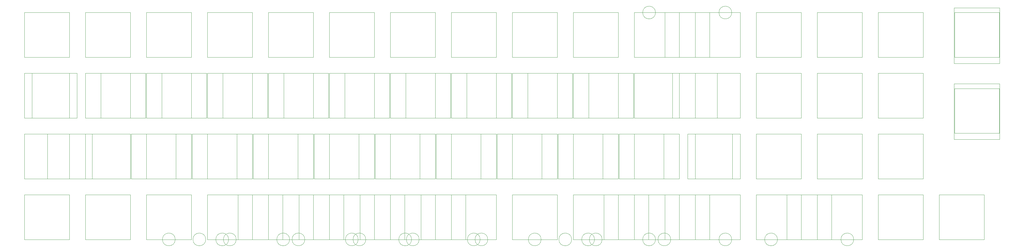
<source format=gbr>
G04 #@! TF.GenerationSoftware,KiCad,Pcbnew,8.0.4-1.fc39*
G04 #@! TF.CreationDate,2024-09-17T21:02:33-04:00*
G04 #@! TF.ProjectId,Q9-Chimera,51392d43-6869-46d6-9572-612e6b696361,rev?*
G04 #@! TF.SameCoordinates,Original*
G04 #@! TF.FileFunction,Other,User*
%FSLAX46Y46*%
G04 Gerber Fmt 4.6, Leading zero omitted, Abs format (unit mm)*
G04 Created by KiCad (PCBNEW 8.0.4-1.fc39) date 2024-09-17 21:02:33*
%MOMM*%
%LPD*%
G01*
G04 APERTURE LIST*
%ADD10C,0.050000*%
%ADD11C,0.120000*%
G04 APERTURE END LIST*
D10*
G04 #@! TO.C,MX53*
X118125000Y-89550000D02*
X118125000Y-75550000D01*
X118125000Y-75550000D02*
X104125000Y-75550000D01*
X104125000Y-89550000D02*
X118125000Y-89550000D01*
X104125000Y-75550000D02*
X104125000Y-89550000D01*
G04 #@! TO.C,MX95*
X137174904Y-89549992D02*
X137174904Y-75549992D01*
X137174904Y-75549992D02*
X123174904Y-75549992D01*
X123174904Y-89549992D02*
X137174904Y-89549992D01*
X123174904Y-75549992D02*
X123174904Y-89549992D01*
G04 #@! TO.C,MX60*
X232425000Y-89550000D02*
X232425000Y-75550000D01*
X232425000Y-75550000D02*
X218425000Y-75550000D01*
X218425000Y-89550000D02*
X232425000Y-89550000D01*
X218425000Y-75550000D02*
X218425000Y-89550000D01*
G04 #@! TO.C,SW2*
X308812500Y-58212500D02*
X308812500Y-40712500D01*
X308812500Y-58212500D02*
X323012500Y-58212500D01*
X323012500Y-40712500D02*
X308812500Y-40712500D01*
X323012500Y-40712500D02*
X323012500Y-58212500D01*
G04 #@! TO.C,SW1*
X308812500Y-34400000D02*
X308812500Y-16900000D01*
X308812500Y-34400000D02*
X323012500Y-34400000D01*
X323012500Y-16900000D02*
X308812500Y-16900000D01*
X323012500Y-16900000D02*
X323012500Y-34400000D01*
G04 #@! TO.C,MX9*
X170800000Y-32400000D02*
X184800000Y-32400000D01*
X184800000Y-18400000D01*
X170800000Y-18400000D01*
X170800000Y-32400000D01*
G04 #@! TO.C,MX20*
X75550000Y-51450000D02*
X89550000Y-51450000D01*
X89550000Y-37450000D01*
X75550000Y-37450000D01*
X75550000Y-51450000D01*
G04 #@! TO.C,MX90*
X225568568Y-70500000D02*
X239568568Y-70500000D01*
X239568568Y-56500000D01*
X225568568Y-56500000D01*
X225568568Y-70500000D01*
G04 #@! TO.C,MX49*
X37450000Y-89550000D02*
X51450000Y-89550000D01*
X51450000Y-75550000D01*
X37450000Y-75550000D01*
X37450000Y-89550000D01*
G04 #@! TO.C,MX36*
X89550000Y-56500000D02*
X75550000Y-56500000D01*
X75550000Y-70500000D01*
X89550000Y-70500000D01*
X89550000Y-56500000D01*
G04 #@! TO.C,MX16*
X308912500Y-32400000D02*
X322912500Y-32400000D01*
X322912500Y-18400000D01*
X308912500Y-18400000D01*
X308912500Y-32400000D01*
G04 #@! TO.C,MX5*
X94600000Y-32400000D02*
X108600000Y-32400000D01*
X108600000Y-18400000D01*
X94600000Y-18400000D01*
X94600000Y-32400000D01*
G04 #@! TO.C,MX37*
X108600000Y-56500000D02*
X94600000Y-56500000D01*
X94600000Y-70500000D01*
X108600000Y-70500000D01*
X108600000Y-56500000D01*
G04 #@! TO.C,MX82*
X70787448Y-70500000D02*
X84787448Y-70500000D01*
X84787448Y-56500000D01*
X70787448Y-56500000D01*
X70787448Y-70500000D01*
G04 #@! TO.C,MX44*
X241950000Y-56500000D02*
X227950000Y-56500000D01*
X227950000Y-70500000D01*
X241950000Y-70500000D01*
X241950000Y-56500000D01*
G04 #@! TO.C,MX30*
X266050000Y-51450000D02*
X280050000Y-51450000D01*
X280050000Y-37450000D01*
X266050000Y-37450000D01*
X266050000Y-51450000D01*
G04 #@! TO.C,MX52*
X108600000Y-89550000D02*
X94600000Y-89550000D01*
X94600000Y-75550000D01*
X108600000Y-75550000D01*
X108600000Y-89550000D01*
G04 #@! TO.C,MX50*
X56500000Y-89550000D02*
X70500000Y-89550000D01*
X70500000Y-75550000D01*
X56500000Y-75550000D01*
X56500000Y-89550000D01*
G04 #@! TO.C,MX83*
X89837432Y-70500000D02*
X103837432Y-70500000D01*
X103837432Y-56500000D01*
X89837432Y-56500000D01*
X89837432Y-70500000D01*
G04 #@! TO.C,MX74*
X132412408Y-37450000D02*
X118412408Y-37450000D01*
X118412408Y-51450000D01*
X132412408Y-51450000D01*
X132412408Y-37450000D01*
G04 #@! TO.C,MX47*
X285100000Y-70500000D02*
X299100000Y-70500000D01*
X299100000Y-56500000D01*
X285100000Y-56500000D01*
X285100000Y-70500000D01*
G04 #@! TO.C,MX73*
X113362424Y-37450000D02*
X99362424Y-37450000D01*
X99362424Y-51450000D01*
X113362424Y-51450000D01*
X113362424Y-37450000D01*
G04 #@! TO.C,MX1*
X18400000Y-32400000D02*
X32400000Y-32400000D01*
X32400000Y-18400000D01*
X18400000Y-18400000D01*
X18400000Y-32400000D01*
G04 #@! TO.C,MX65*
X304150000Y-89550000D02*
X318150000Y-89550000D01*
X318150000Y-75550000D01*
X304150000Y-75550000D01*
X304150000Y-89550000D01*
D11*
G04 #@! TO.C,S2*
X139318750Y-89535000D02*
G75*
G02*
X135318750Y-89535000I-2000000J0D01*
G01*
X135318750Y-89535000D02*
G75*
G02*
X139318750Y-89535000I2000000J0D01*
G01*
X163131250Y-89535000D02*
G75*
G02*
X159131250Y-89535000I-2000000J0D01*
G01*
X159131250Y-89535000D02*
G75*
G02*
X163131250Y-89535000I2000000J0D01*
G01*
G04 #@! TO.C,MX84*
D10*
X108887416Y-70500000D02*
X122887416Y-70500000D01*
X122887416Y-56500000D01*
X108887416Y-56500000D01*
X108887416Y-70500000D01*
G04 #@! TO.C,MX28*
X241950000Y-37450000D02*
X227950000Y-37450000D01*
X227950000Y-51450000D01*
X241950000Y-51450000D01*
X241950000Y-37450000D01*
G04 #@! TO.C,MX67*
X270524792Y-75550000D02*
X256524792Y-75550000D01*
X256524792Y-89550000D01*
X270524792Y-89550000D01*
X270524792Y-75550000D01*
G04 #@! TO.C,MX71*
X75262456Y-37450000D02*
X61262456Y-37450000D01*
X61262456Y-51450000D01*
X75262456Y-51450000D01*
X75262456Y-37450000D01*
D11*
G04 #@! TO.C,S9*
X196468750Y-89535000D02*
G75*
G02*
X192468750Y-89535000I-2000000J0D01*
G01*
X192468750Y-89535000D02*
G75*
G02*
X196468750Y-89535000I2000000J0D01*
G01*
X220281250Y-89535000D02*
G75*
G02*
X216281250Y-89535000I-2000000J0D01*
G01*
X216281250Y-89535000D02*
G75*
G02*
X220281250Y-89535000I2000000J0D01*
G01*
D10*
G04 #@! TO.C,MX80*
X39543736Y-70500000D02*
X25543736Y-70500000D01*
X25543736Y-56500000D01*
X39543736Y-56500000D01*
X39543736Y-70500000D01*
G04 #@! TO.C,MX19*
X56500000Y-51450000D02*
X70500000Y-51450000D01*
X70500000Y-37450000D01*
X56500000Y-37450000D01*
X56500000Y-51450000D01*
G04 #@! TO.C,MX51*
X75550000Y-89550000D02*
X89550000Y-89550000D01*
X89550000Y-75550000D01*
X75550000Y-75550000D01*
X75550000Y-89550000D01*
D11*
G04 #@! TO.C,S5*
X84550000Y-89535000D02*
G75*
G02*
X80550000Y-89535000I-2000000J0D01*
G01*
X80550000Y-89535000D02*
G75*
G02*
X84550000Y-89535000I2000000J0D01*
G01*
X122650000Y-89535000D02*
G75*
G02*
X118650000Y-89535000I-2000000J0D01*
G01*
X118650000Y-89535000D02*
G75*
G02*
X122650000Y-89535000I2000000J0D01*
G01*
G04 #@! TO.C,S3*
X215518750Y-89535000D02*
G75*
G02*
X211518750Y-89535000I-2000000J0D01*
G01*
X211518750Y-89535000D02*
G75*
G02*
X215518750Y-89535000I2000000J0D01*
G01*
X239331250Y-89535000D02*
G75*
G02*
X235331250Y-89535000I-2000000J0D01*
G01*
X235331250Y-89535000D02*
G75*
G02*
X239331250Y-89535000I2000000J0D01*
G01*
D10*
G04 #@! TO.C,MX69*
X34781240Y-51450000D02*
X20781240Y-51450000D01*
X20781240Y-37450000D01*
X34781240Y-37450000D01*
X34781240Y-51450000D01*
G04 #@! TO.C,MX92*
X213375000Y-75550000D02*
X199375000Y-75550000D01*
X199375000Y-89550000D01*
X213375000Y-89550000D01*
X213375000Y-75550000D01*
G04 #@! TO.C,MX35*
X70500000Y-56500000D02*
X56500000Y-56500000D01*
X56500000Y-70500000D01*
X70500000Y-70500000D01*
X70500000Y-56500000D01*
D11*
G04 #@! TO.C,S13*
X65499904Y-89534992D02*
G75*
G02*
X61499902Y-89534992I-2000001J0D01*
G01*
X61499902Y-89534992D02*
G75*
G02*
X65499904Y-89534992I2000001J0D01*
G01*
X75024904Y-89534991D02*
G75*
G02*
X71024904Y-89534991I-2000000J0D01*
G01*
X71024904Y-89534991D02*
G75*
G02*
X75024904Y-89534991I2000000J0D01*
G01*
X189324904Y-89534991D02*
G75*
G02*
X185324904Y-89534991I-2000000J0D01*
G01*
X185324904Y-89534991D02*
G75*
G02*
X189324904Y-89534991I2000000J0D01*
G01*
X198849904Y-89534992D02*
G75*
G02*
X194849906Y-89534992I-1999999J0D01*
G01*
X194849906Y-89534992D02*
G75*
G02*
X198849904Y-89534992I1999999J0D01*
G01*
G04 #@! TO.C,MX31*
D10*
X285100000Y-51450000D02*
X299100000Y-51450000D01*
X299100000Y-37450000D01*
X285100000Y-37450000D01*
X285100000Y-51450000D01*
G04 #@! TO.C,MX10*
X189850000Y-32400000D02*
X203850000Y-32400000D01*
X203850000Y-18400000D01*
X189850000Y-18400000D01*
X189850000Y-32400000D01*
G04 #@! TO.C,MX12*
X241950000Y-18400000D02*
X227950000Y-18400000D01*
X227950000Y-32400000D01*
X241950000Y-32400000D01*
X241950000Y-18400000D01*
G04 #@! TO.C,MX77*
X189562360Y-37450000D02*
X175562360Y-37450000D01*
X175562360Y-51450000D01*
X189562360Y-51450000D01*
X189562360Y-37450000D01*
G04 #@! TO.C,MX23*
X132700000Y-51450000D02*
X146700000Y-51450000D01*
X146700000Y-37450000D01*
X132700000Y-37450000D01*
X132700000Y-51450000D01*
G04 #@! TO.C,MX17*
X18400000Y-51450000D02*
X32400000Y-51450000D01*
X32400000Y-37450000D01*
X18400000Y-37450000D01*
X18400000Y-51450000D01*
D11*
G04 #@! TO.C,S8*
X82168750Y-89535000D02*
G75*
G02*
X78168750Y-89535000I-2000000J0D01*
G01*
X78168750Y-89535000D02*
G75*
G02*
X82168750Y-89535000I2000000J0D01*
G01*
X105981250Y-89535000D02*
G75*
G02*
X101981250Y-89535000I-2000000J0D01*
G01*
X101981250Y-89535000D02*
G75*
G02*
X105981250Y-89535000I2000000J0D01*
G01*
G04 #@! TO.C,MX24*
D10*
X151750000Y-51450000D02*
X165750000Y-51450000D01*
X165750000Y-37450000D01*
X151750000Y-37450000D01*
X151750000Y-51450000D01*
G04 #@! TO.C,MX75*
X151462392Y-37450000D02*
X137462392Y-37450000D01*
X137462392Y-51450000D01*
X151462392Y-51450000D01*
X151462392Y-37450000D01*
G04 #@! TO.C,MX81*
X51737464Y-70500000D02*
X65737464Y-70500000D01*
X65737464Y-56500000D01*
X51737464Y-56500000D01*
X51737464Y-70500000D01*
G04 #@! TO.C,MX85*
X127937400Y-70500000D02*
X141937400Y-70500000D01*
X141937400Y-56500000D01*
X127937400Y-56500000D01*
X127937400Y-70500000D01*
G04 #@! TO.C,MX27*
X222900000Y-37450000D02*
X208900000Y-37450000D01*
X208900000Y-51450000D01*
X222900000Y-51450000D01*
X222900000Y-37450000D01*
G04 #@! TO.C,MX26*
X189850000Y-51450000D02*
X203850000Y-51450000D01*
X203850000Y-37450000D01*
X189850000Y-37450000D01*
X189850000Y-51450000D01*
D11*
G04 #@! TO.C,S7*
X215518574Y-18414992D02*
G75*
G02*
X211518574Y-18414992I-2000000J0D01*
G01*
X211518574Y-18414992D02*
G75*
G02*
X215518574Y-18414992I2000000J0D01*
G01*
X239331074Y-18414992D02*
G75*
G02*
X235331074Y-18414992I-2000000J0D01*
G01*
X235331074Y-18414992D02*
G75*
G02*
X239331074Y-18414992I2000000J0D01*
G01*
G04 #@! TO.C,MX13*
D10*
X247000000Y-32400000D02*
X261000000Y-32400000D01*
X261000000Y-18400000D01*
X247000000Y-18400000D01*
X247000000Y-32400000D01*
D11*
G04 #@! TO.C,S4*
X253618542Y-89535000D02*
G75*
G02*
X249618542Y-89535000I-2000000J0D01*
G01*
X249618542Y-89535000D02*
G75*
G02*
X253618542Y-89535000I2000000J0D01*
G01*
X277431042Y-89535000D02*
G75*
G02*
X273431042Y-89535000I-2000000J0D01*
G01*
X273431042Y-89535000D02*
G75*
G02*
X277431042Y-89535000I2000000J0D01*
G01*
G04 #@! TO.C,S6*
X122650000Y-89535000D02*
G75*
G02*
X118650000Y-89535000I-2000000J0D01*
G01*
X118650000Y-89535000D02*
G75*
G02*
X122650000Y-89535000I2000000J0D01*
G01*
X160750000Y-89535000D02*
G75*
G02*
X156750000Y-89535000I-2000000J0D01*
G01*
X156750000Y-89535000D02*
G75*
G02*
X160750000Y-89535000I2000000J0D01*
G01*
G04 #@! TO.C,MX62*
D10*
X247000000Y-89550000D02*
X261000000Y-89550000D01*
X261000000Y-75550000D01*
X247000000Y-75550000D01*
X247000000Y-89550000D01*
G04 #@! TO.C,MX78*
X208612344Y-37450000D02*
X194612344Y-37450000D01*
X194612344Y-51450000D01*
X208612344Y-51450000D01*
X208612344Y-37450000D01*
G04 #@! TO.C,MX4*
X75550000Y-32400000D02*
X89550000Y-32400000D01*
X89550000Y-18400000D01*
X75550000Y-18400000D01*
X75550000Y-32400000D01*
G04 #@! TO.C,MX61*
X227950000Y-89550000D02*
X241950000Y-89550000D01*
X241950000Y-75550000D01*
X227950000Y-75550000D01*
X227950000Y-89550000D01*
G04 #@! TO.C,MX41*
X184800000Y-56500000D02*
X170800000Y-56500000D01*
X170800000Y-70500000D01*
X184800000Y-70500000D01*
X184800000Y-56500000D01*
G04 #@! TO.C,MX15*
X285100000Y-32400000D02*
X299100000Y-32400000D01*
X299100000Y-18400000D01*
X285100000Y-18400000D01*
X285100000Y-32400000D01*
G04 #@! TO.C,MX57*
X170800000Y-89550000D02*
X184800000Y-89550000D01*
X184800000Y-75550000D01*
X170800000Y-75550000D01*
X170800000Y-89550000D01*
G04 #@! TO.C,MX39*
X146700000Y-56500000D02*
X132700000Y-56500000D01*
X132700000Y-70500000D01*
X146700000Y-70500000D01*
X146700000Y-56500000D01*
G04 #@! TO.C,MX68*
X218424824Y-32399992D02*
X232424824Y-32399992D01*
X232424824Y-18399992D01*
X218424824Y-18399992D01*
X218424824Y-32399992D01*
G04 #@! TO.C,MX66*
X156225000Y-75550000D02*
X142225000Y-75550000D01*
X142225000Y-89550000D01*
X156225000Y-89550000D01*
X156225000Y-75550000D01*
G04 #@! TO.C,MX14*
X266050000Y-32400000D02*
X280050000Y-32400000D01*
X280050000Y-18400000D01*
X266050000Y-18400000D01*
X266050000Y-32400000D01*
G04 #@! TO.C,MX88*
X185087352Y-70500000D02*
X199087352Y-70500000D01*
X199087352Y-56500000D01*
X185087352Y-56500000D01*
X185087352Y-70500000D01*
G04 #@! TO.C,MX40*
X165750000Y-56500000D02*
X151750000Y-56500000D01*
X151750000Y-70500000D01*
X165750000Y-70500000D01*
X165750000Y-56500000D01*
G04 #@! TO.C,MX11*
X222900000Y-18400000D02*
X208900000Y-18400000D01*
X208900000Y-32400000D01*
X222900000Y-32400000D01*
X222900000Y-18400000D01*
G04 #@! TO.C,MX89*
X204137336Y-70500000D02*
X218137336Y-70500000D01*
X218137336Y-56500000D01*
X204137336Y-56500000D01*
X204137336Y-70500000D01*
G04 #@! TO.C,MX48*
X18400000Y-89550000D02*
X32400000Y-89550000D01*
X32400000Y-75550000D01*
X18400000Y-75550000D01*
X18400000Y-89550000D01*
G04 #@! TO.C,MX54*
X113650000Y-89550000D02*
X127650000Y-89550000D01*
X127650000Y-75550000D01*
X113650000Y-75550000D01*
X113650000Y-89550000D01*
G04 #@! TO.C,MX70*
X56212472Y-37450000D02*
X42212472Y-37450000D01*
X42212472Y-51450000D01*
X56212472Y-51450000D01*
X56212472Y-37450000D01*
G04 #@! TO.C,MX21*
X94600000Y-51450000D02*
X108600000Y-51450000D01*
X108600000Y-37450000D01*
X94600000Y-37450000D01*
X94600000Y-51450000D01*
G04 #@! TO.C,MX59*
X208900000Y-89550000D02*
X222900000Y-89550000D01*
X222900000Y-75550000D01*
X208900000Y-75550000D01*
X208900000Y-89550000D01*
G04 #@! TO.C,MX25*
X170800000Y-51450000D02*
X184800000Y-51450000D01*
X184800000Y-37450000D01*
X170800000Y-37450000D01*
X170800000Y-51450000D01*
G04 #@! TO.C,MX32*
X308912500Y-56212500D02*
X322912500Y-56212500D01*
X322912500Y-42212500D01*
X308912500Y-42212500D01*
X308912500Y-56212500D01*
G04 #@! TO.C,MX43*
X222900000Y-56500000D02*
X208900000Y-56500000D01*
X208900000Y-70500000D01*
X222900000Y-70500000D01*
X222900000Y-56500000D01*
G04 #@! TO.C,MX86*
X146987384Y-70500000D02*
X160987384Y-70500000D01*
X160987384Y-56500000D01*
X146987384Y-56500000D01*
X146987384Y-70500000D01*
G04 #@! TO.C,MX22*
X113650000Y-51450000D02*
X127650000Y-51450000D01*
X127650000Y-37450000D01*
X113650000Y-37450000D01*
X113650000Y-51450000D01*
G04 #@! TO.C,MX46*
X266050000Y-70500000D02*
X280050000Y-70500000D01*
X280050000Y-56500000D01*
X266050000Y-56500000D01*
X266050000Y-70500000D01*
G04 #@! TO.C,MX56*
X151750000Y-89550000D02*
X165750000Y-89550000D01*
X165750000Y-75550000D01*
X151750000Y-75550000D01*
X151750000Y-89550000D01*
G04 #@! TO.C,MX72*
X94312440Y-37450000D02*
X80312440Y-37450000D01*
X80312440Y-51450000D01*
X94312440Y-51450000D01*
X94312440Y-37450000D01*
G04 #@! TO.C,MX91*
X99075000Y-75550000D02*
X85075000Y-75550000D01*
X85075000Y-89550000D01*
X99075000Y-89550000D01*
X99075000Y-75550000D01*
G04 #@! TO.C,MX29*
X247000000Y-51450000D02*
X261000000Y-51450000D01*
X261000000Y-37450000D01*
X247000000Y-37450000D01*
X247000000Y-51450000D01*
G04 #@! TO.C,MX42*
X203850000Y-56500000D02*
X189850000Y-56500000D01*
X189850000Y-70500000D01*
X203850000Y-70500000D01*
X203850000Y-56500000D01*
G04 #@! TO.C,MX33*
X18400000Y-70500000D02*
X32400000Y-70500000D01*
X32400000Y-56500000D01*
X18400000Y-56500000D01*
X18400000Y-70500000D01*
G04 #@! TO.C,MX34*
X37450000Y-70500000D02*
X51450000Y-70500000D01*
X51450000Y-56500000D01*
X37450000Y-56500000D01*
X37450000Y-70500000D01*
D11*
G04 #@! TO.C,S1*
X101218750Y-89535000D02*
G75*
G02*
X97218750Y-89535000I-2000000J0D01*
G01*
X97218750Y-89535000D02*
G75*
G02*
X101218750Y-89535000I2000000J0D01*
G01*
X125031250Y-89535000D02*
G75*
G02*
X121031250Y-89535000I-2000000J0D01*
G01*
X121031250Y-89535000D02*
G75*
G02*
X125031250Y-89535000I2000000J0D01*
G01*
G04 #@! TO.C,MX87*
D10*
X166037368Y-70500000D02*
X180037368Y-70500000D01*
X180037368Y-56500000D01*
X166037368Y-56500000D01*
X166037368Y-70500000D01*
G04 #@! TO.C,MX45*
X247000000Y-70500000D02*
X261000000Y-70500000D01*
X261000000Y-56500000D01*
X247000000Y-56500000D01*
X247000000Y-70500000D01*
D11*
G04 #@! TO.C,S10*
X141700000Y-89535000D02*
G75*
G02*
X137700000Y-89535000I-2000000J0D01*
G01*
X137700000Y-89535000D02*
G75*
G02*
X141700000Y-89535000I2000000J0D01*
G01*
X179800000Y-89535000D02*
G75*
G02*
X175800000Y-89535000I-2000000J0D01*
G01*
X175800000Y-89535000D02*
G75*
G02*
X179800000Y-89535000I2000000J0D01*
G01*
G04 #@! TO.C,MX64*
D10*
X285100000Y-89550000D02*
X299100000Y-89550000D01*
X299100000Y-75550000D01*
X285100000Y-75550000D01*
X285100000Y-89550000D01*
G04 #@! TO.C,MX18*
X37450000Y-51450000D02*
X51450000Y-51450000D01*
X51450000Y-37450000D01*
X37450000Y-37450000D01*
X37450000Y-51450000D01*
G04 #@! TO.C,MX63*
X266050000Y-89550000D02*
X280050000Y-89550000D01*
X280050000Y-75550000D01*
X266050000Y-75550000D01*
X266050000Y-89550000D01*
G04 #@! TO.C,MX76*
X170512376Y-37450000D02*
X156512376Y-37450000D01*
X156512376Y-51450000D01*
X170512376Y-51450000D01*
X170512376Y-37450000D01*
G04 #@! TO.C,MX2*
X37450000Y-32400000D02*
X51450000Y-32400000D01*
X51450000Y-18400000D01*
X37450000Y-18400000D01*
X37450000Y-32400000D01*
G04 #@! TO.C,MX58*
X189850000Y-89550000D02*
X203850000Y-89550000D01*
X203850000Y-75550000D01*
X189850000Y-75550000D01*
X189850000Y-89550000D01*
G04 #@! TO.C,MX6*
X113650000Y-32400000D02*
X127650000Y-32400000D01*
X127650000Y-18400000D01*
X113650000Y-18400000D01*
X113650000Y-32400000D01*
G04 #@! TO.C,MX8*
X151750000Y-32400000D02*
X165750000Y-32400000D01*
X165750000Y-18400000D01*
X151750000Y-18400000D01*
X151750000Y-32400000D01*
G04 #@! TO.C,MX38*
X127650000Y-56500000D02*
X113650000Y-56500000D01*
X113650000Y-70500000D01*
X127650000Y-70500000D01*
X127650000Y-56500000D01*
G04 #@! TO.C,MX79*
X234806072Y-51450000D02*
X220806072Y-51450000D01*
X220806072Y-37450000D01*
X234806072Y-37450000D01*
X234806072Y-51450000D01*
G04 #@! TO.C,MX7*
X132700000Y-32400000D02*
X146700000Y-32400000D01*
X146700000Y-18400000D01*
X132700000Y-18400000D01*
X132700000Y-32400000D01*
G04 #@! TO.C,MX3*
X56500000Y-32400000D02*
X70500000Y-32400000D01*
X70500000Y-18400000D01*
X56500000Y-18400000D01*
X56500000Y-32400000D01*
G04 #@! TO.C,MX55*
X132700000Y-89550000D02*
X146700000Y-89550000D01*
X146700000Y-75550000D01*
X132700000Y-75550000D01*
X132700000Y-89550000D01*
G04 #@! TD*
M02*

</source>
